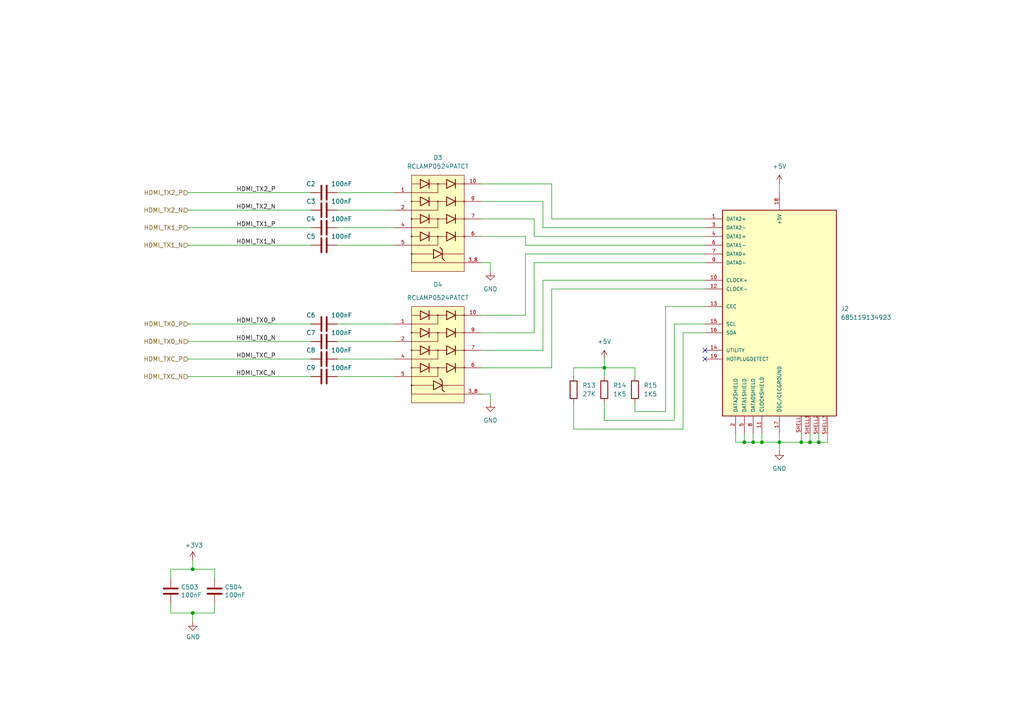
<source format=kicad_sch>
(kicad_sch (version 20230121) (generator eeschema)
  (paper "A4")
  (lib_symbols
    (symbol "Ddraig:RCLAMP0524PATCT" (pin_names (offset 1.016))
      (property "Reference" "D" (at -7.62 13.97 0))
      (property "Value" "RCLAMP0524PATCT" (at -8.89 -17.78 0))
      (symbol "RCLAMP0524PATCT_0_0"
        (circle (center -7.62 -10.16) (radius 0.1524) (stroke (width 0.1778)))
        (circle (center -7.62 -5.08) (radius 0.1524) (stroke (width 0.1778)))
        (circle (center -7.62 0) (radius 0.1524) (stroke (width 0.1778)))
        (circle (center -7.62 5.08) (radius 0.1524) (stroke (width 0.1778)))
        (rectangle (start -7.62 12.7) (end 7.62 -15.24) (stroke (width 0.1524)) (fill (type background)))
        (circle (center 0 -5.08) (radius 0.1524) (stroke (width 0.1778)))
        (polyline (pts (xy -7.62 -10.16) (xy -1.27 -10.16)) (stroke (width 0.1524)))
        (polyline (pts (xy -7.62 -5.08) (xy -5.08 -5.08)) (stroke (width 0.1524)))
        (polyline (pts (xy -7.62 0) (xy -5.08 0)) (stroke (width 0.1524)))
        (polyline (pts (xy -7.62 5.08) (xy -5.08 5.08)) (stroke (width 0.1524)))
        (polyline (pts (xy -7.62 10.16) (xy -5.08 10.16)) (stroke (width 0.1524)))
        (polyline (pts (xy -5.08 -6.35) (xy -2.54 -5.08)) (stroke (width 0.254)))
        (polyline (pts (xy -5.08 -3.81) (xy -5.08 -6.35)) (stroke (width 0.254)))
        (polyline (pts (xy -5.08 -1.27) (xy -2.54 0)) (stroke (width 0.254)))
        (polyline (pts (xy -5.08 1.27) (xy -5.08 -1.27)) (stroke (width 0.254)))
        (polyline (pts (xy -5.08 3.81) (xy -2.54 5.08)) (stroke (width 0.254)))
        (polyline (pts (xy -5.08 6.35) (xy -5.08 3.81)) (stroke (width 0.254)))
        (polyline (pts (xy -5.08 8.89) (xy -2.54 10.16)) (stroke (width 0.254)))
        (polyline (pts (xy -5.08 11.43) (xy -5.08 8.89)) (stroke (width 0.254)))
        (polyline (pts (xy -2.54 -5.08) (xy -5.08 -3.81)) (stroke (width 0.254)))
        (polyline (pts (xy -2.54 -5.08) (xy -2.54 -6.35)) (stroke (width 0.254)))
        (polyline (pts (xy -2.54 -5.08) (xy 0 -5.08)) (stroke (width 0.1524)))
        (polyline (pts (xy -2.54 -3.81) (xy -2.54 -5.08)) (stroke (width 0.254)))
        (polyline (pts (xy -2.54 0) (xy -5.08 1.27)) (stroke (width 0.254)))
        (polyline (pts (xy -2.54 0) (xy -2.54 -1.27)) (stroke (width 0.254)))
        (polyline (pts (xy -2.54 0) (xy 0 0)) (stroke (width 0.1524)))
        (polyline (pts (xy -2.54 1.27) (xy -2.54 0)) (stroke (width 0.254)))
        (polyline (pts (xy -2.54 5.08) (xy -5.08 6.35)) (stroke (width 0.254)))
        (polyline (pts (xy -2.54 5.08) (xy -2.54 3.81)) (stroke (width 0.254)))
        (polyline (pts (xy -2.54 5.08) (xy 0 5.08)) (stroke (width 0.1524)))
        (polyline (pts (xy -2.54 6.35) (xy -2.54 5.08)) (stroke (width 0.254)))
        (polyline (pts (xy -2.54 10.16) (xy -5.08 11.43)) (stroke (width 0.254)))
        (polyline (pts (xy -2.54 10.16) (xy -2.54 8.89)) (stroke (width 0.254)))
        (polyline (pts (xy -2.54 10.16) (xy 0 10.16)) (stroke (width 0.1524)))
        (polyline (pts (xy -2.54 11.43) (xy -2.54 10.16)) (stroke (width 0.254)))
        (polyline (pts (xy -1.27 -11.43) (xy 1.27 -10.16)) (stroke (width 0.254)))
        (polyline (pts (xy -1.27 -10.16) (xy -1.27 -11.43)) (stroke (width 0.254)))
        (polyline (pts (xy -1.27 -8.89) (xy -1.27 -10.16)) (stroke (width 0.254)))
        (polyline (pts (xy 0 -7.62) (xy -7.62 -7.62)) (stroke (width 0.1524)))
        (polyline (pts (xy 0 -5.08) (xy 0 -7.62)) (stroke (width 0.1524)))
        (polyline (pts (xy 0 -5.08) (xy 2.54 -5.08)) (stroke (width 0.1524)))
        (polyline (pts (xy 0 -2.54) (xy -7.62 -2.54)) (stroke (width 0.1524)))
        (polyline (pts (xy 0 0) (xy 0 -2.54)) (stroke (width 0.1524)))
        (polyline (pts (xy 0 0) (xy 2.54 0)) (stroke (width 0.1524)))
        (polyline (pts (xy 0 2.54) (xy -7.62 2.54)) (stroke (width 0.1524)))
        (polyline (pts (xy 0 5.08) (xy 0 2.54)) (stroke (width 0.1524)))
        (polyline (pts (xy 0 5.08) (xy 2.54 5.08)) (stroke (width 0.1524)))
        (polyline (pts (xy 0 7.62) (xy -7.62 7.62)) (stroke (width 0.1524)))
        (polyline (pts (xy 0 10.16) (xy 0 7.62)) (stroke (width 0.1524)))
        (polyline (pts (xy 0 10.16) (xy 2.54 10.16)) (stroke (width 0.1524)))
        (polyline (pts (xy 0.635 -8.255) (xy 1.27 -8.89)) (stroke (width 0.254)))
        (polyline (pts (xy 1.27 -11.43) (xy 1.905 -12.065)) (stroke (width 0.254)))
        (polyline (pts (xy 1.27 -10.16) (xy -1.27 -8.89)) (stroke (width 0.254)))
        (polyline (pts (xy 1.27 -10.16) (xy 1.27 -11.43)) (stroke (width 0.254)))
        (polyline (pts (xy 1.27 -10.16) (xy 7.62 -10.16)) (stroke (width 0.1524)))
        (polyline (pts (xy 1.27 -8.89) (xy 1.27 -10.16)) (stroke (width 0.254)))
        (polyline (pts (xy 2.54 -6.35) (xy 5.08 -5.08)) (stroke (width 0.254)))
        (polyline (pts (xy 2.54 -5.08) (xy 2.54 -6.35)) (stroke (width 0.254)))
        (polyline (pts (xy 2.54 -3.81) (xy 2.54 -5.08)) (stroke (width 0.254)))
        (polyline (pts (xy 2.54 -1.27) (xy 5.08 0)) (stroke (width 0.254)))
        (polyline (pts (xy 2.54 0) (xy 2.54 -1.27)) (stroke (width 0.254)))
        (polyline (pts (xy 2.54 1.27) (xy 2.54 0)) (stroke (width 0.254)))
        (polyline (pts (xy 2.54 3.81) (xy 5.08 5.08)) (stroke (width 0.254)))
        (polyline (pts (xy 2.54 5.08) (xy 2.54 3.81)) (stroke (width 0.254)))
        (polyline (pts (xy 2.54 6.35) (xy 2.54 5.08)) (stroke (width 0.254)))
        (polyline (pts (xy 2.54 8.89) (xy 5.08 10.16)) (stroke (width 0.254)))
        (polyline (pts (xy 2.54 10.16) (xy 2.54 8.89)) (stroke (width 0.254)))
        (polyline (pts (xy 2.54 11.43) (xy 2.54 10.16)) (stroke (width 0.254)))
        (polyline (pts (xy 5.08 -5.08) (xy 2.54 -3.81)) (stroke (width 0.254)))
        (polyline (pts (xy 5.08 -5.08) (xy 5.08 -6.35)) (stroke (width 0.254)))
        (polyline (pts (xy 5.08 -5.08) (xy 7.62 -5.08)) (stroke (width 0.1524)))
        (polyline (pts (xy 5.08 -3.81) (xy 5.08 -5.08)) (stroke (width 0.254)))
        (polyline (pts (xy 5.08 0) (xy 2.54 1.27)) (stroke (width 0.254)))
        (polyline (pts (xy 5.08 0) (xy 5.08 -1.27)) (stroke (width 0.254)))
        (polyline (pts (xy 5.08 0) (xy 7.62 0)) (stroke (width 0.1524)))
        (polyline (pts (xy 5.08 1.27) (xy 5.08 0)) (stroke (width 0.254)))
        (polyline (pts (xy 5.08 5.08) (xy 2.54 6.35)) (stroke (width 0.254)))
        (polyline (pts (xy 5.08 5.08) (xy 5.08 3.81)) (stroke (width 0.254)))
        (polyline (pts (xy 5.08 5.08) (xy 7.62 5.08)) (stroke (width 0.1524)))
        (polyline (pts (xy 5.08 6.35) (xy 5.08 5.08)) (stroke (width 0.254)))
        (polyline (pts (xy 5.08 10.16) (xy 2.54 11.43)) (stroke (width 0.254)))
        (polyline (pts (xy 5.08 10.16) (xy 5.08 8.89)) (stroke (width 0.254)))
        (polyline (pts (xy 5.08 10.16) (xy 7.62 10.16)) (stroke (width 0.1524)))
        (polyline (pts (xy 5.08 11.43) (xy 5.08 10.16)) (stroke (width 0.254)))
        (circle (center 0 0) (radius 0.1524) (stroke (width 0.1778)))
        (circle (center 0 5.08) (radius 0.1524) (stroke (width 0.1778)))
        (circle (center 0 10.16) (radius 0.1524) (stroke (width 0.1778)))
        (circle (center 7.62 -5.08) (radius 0.1524) (stroke (width 0.1778)))
        (circle (center 7.62 0) (radius 0.1524) (stroke (width 0.1778)))
        (circle (center 7.62 5.08) (radius 0.1524) (stroke (width 0.1778)))
        (circle (center 7.62 10.16) (radius 0.1524) (stroke (width 0.1778)))
        (pin input line (at -12.7 7.62 0) (length 5.08) (name "~") (number "1"))
        (pin output line (at 12.7 10.16 180) (length 5.08) (name "~") (number "10"))
        (pin input line (at -12.7 2.54 0) (length 5.08) (name "~") (number "2"))
        (pin power_in line (at 12.7 -12.7 180) (length 5.08) (name "~") (number "3_8"))
        (pin input line (at -12.7 -2.54 0) (length 5.08) (name "~") (number "4"))
        (pin input line (at -12.7 -7.62 0) (length 5.08) (name "~") (number "5"))
        (pin output line (at 12.7 -5.08 180) (length 5.08) (name "~") (number "6"))
        (pin output line (at 12.7 0 180) (length 5.08) (name "~") (number "7"))
        (pin output line (at 12.7 5.08 180) (length 5.08) (name "~") (number "9"))
      )
      (symbol "RCLAMP0524PATCT_0_1"
        (polyline (pts (xy 7.62 -12.7) (xy -7.62 -12.7) (xy -7.62 -10.16)))
      )
    )
    (symbol "Ddraig:Wurth_685119134923" (pin_names (offset 1.016))
      (property "Reference" "J" (at -12.7 26.67 0))
      (property "Value" "685119134923" (at 3.81 26.67 0))
      (symbol "Wurth_685119134923_1_0"
        (rectangle (start -16.51 25.4) (end 16.51 -34.29) (stroke (width 0.254)) (fill (type background)))
        (pin bidirectional line (at -21.59 22.86 0) (length 5.08) (name "DATA2+") (number "1"))
        (pin bidirectional line (at -21.59 5.08 0) (length 5.08) (name "CLOCK+") (number "10"))
        (pin bidirectional line (at -5.08 -39.37 90) (length 5.08) (name "CLOCKSHIELD") (number "11"))
        (pin bidirectional line (at -21.59 2.54 0) (length 5.08) (name "CLOCK-") (number "12"))
        (pin bidirectional line (at -21.59 -2.54 0) (length 5.08) (name "CEC") (number "13"))
        (pin bidirectional line (at -21.59 -15.24 0) (length 5.08) (name "UTILITY") (number "14"))
        (pin bidirectional line (at -21.59 -7.62 0) (length 5.08) (name "SCL") (number "15"))
        (pin bidirectional line (at -21.59 -10.16 0) (length 5.08) (name "SDA") (number "16"))
        (pin bidirectional line (at 0 -39.37 90) (length 5.08) (name "DDC/CECGROUND") (number "17"))
        (pin bidirectional line (at 0 30.48 270) (length 5.08) (name "+5V") (number "18"))
        (pin bidirectional line (at -21.59 -17.78 0) (length 5.08) (name "HOTPLUGDETECT") (number "19"))
        (pin bidirectional line (at -12.7 -39.37 90) (length 5.08) (name "DATA2SHIELD") (number "2"))
        (pin bidirectional line (at -21.59 20.32 0) (length 5.08) (name "DATA2-") (number "3"))
        (pin bidirectional line (at -21.59 17.78 0) (length 5.08) (name "DATA1+") (number "4"))
        (pin bidirectional line (at -10.16 -39.37 90) (length 5.08) (name "DATA1SHIELD") (number "5"))
        (pin bidirectional line (at -21.59 15.24 0) (length 5.08) (name "DATA1-") (number "6"))
        (pin bidirectional line (at -21.59 12.7 0) (length 5.08) (name "DATA0+") (number "7"))
        (pin bidirectional line (at -7.62 -39.37 90) (length 5.08) (name "DATA0SHIELD") (number "8"))
        (pin bidirectional line (at -21.59 10.16 0) (length 5.08) (name "DATA0-") (number "9"))
        (pin passive line (at 6.35 -39.37 90) (length 5.08) (name "~") (number "SHELL"))
        (pin passive line (at 8.89 -39.37 90) (length 5.08) (name "~") (number "SHELL1"))
        (pin passive line (at 11.43 -39.37 90) (length 5.08) (name "~") (number "SHELL2"))
        (pin passive line (at 13.97 -39.37 90) (length 5.08) (name "~") (number "SHELL3"))
      )
    )
    (symbol "Device:C" (pin_numbers hide) (pin_names (offset 0.254))
      (property "Reference" "C" (at 0.635 2.54 0))
      (property "Value" "C" (at 0.635 -2.54 0))
      (symbol "C_0_1"
        (polyline (pts (xy -2.032 -0.762) (xy 2.032 -0.762)) (stroke (width 0.508)))
        (polyline (pts (xy -2.032 0.762) (xy 2.032 0.762)) (stroke (width 0.508)))
      )
      (symbol "C_1_1"
        (pin passive line (at 0 3.81 270) (length 2.794) (name "~") (number "1"))
        (pin passive line (at 0 -3.81 90) (length 2.794) (name "~") (number "2"))
      )
    )
    (symbol "Device:R" (pin_numbers hide) (pin_names (offset 0))
      (property "Reference" "R" (at 2.032 0 90))
      (property "Value" "R" (at 0 0 90))
      (symbol "R_0_1"
        (rectangle (start -1.016 -2.54) (end 1.016 2.54) (stroke (width 0.254)))
      )
      (symbol "R_1_1"
        (pin passive line (at 0 3.81 270) (length 1.27) (name "~") (number "1"))
        (pin passive line (at 0 -3.81 90) (length 1.27) (name "~") (number "2"))
      )
    )
    (symbol "GND_1" (power) (pin_names (offset 0))
      (property "Value" "GND_1" (at 0 -3.81 0))
      (symbol "GND_1_0_1"
        (polyline (pts (xy 0 0) (xy 0 -1.27) (xy 1.27 -1.27) (xy 0 -2.54) (xy -1.27 -1.27) (xy 0 -1.27)))
      )
      (symbol "GND_1_1_1"
        (pin power_in line (at 0 0 270) (length 0) hide (name "GND") (number "1"))
      )
    )
    (symbol "power:+3V3" (power) (pin_names (offset 0))
      (property "Value" "+3V3" (at 0 3.556 0))
      (symbol "+3V3_0_1"
        (polyline (pts (xy -0.762 1.27) (xy 0 2.54)))
        (polyline (pts (xy 0 0) (xy 0 2.54)))
        (polyline (pts (xy 0 2.54) (xy 0.762 1.27)))
      )
      (symbol "+3V3_1_1"
        (pin power_in line (at 0 0 90) (length 0) hide (name "+3V3") (number "1"))
      )
    )
    (symbol "power:+5V" (power) (pin_names (offset 0))
      (property "Value" "+5V" (at 0 3.556 0))
      (symbol "+5V_0_1"
        (polyline (pts (xy -0.762 1.27) (xy 0 2.54)))
        (polyline (pts (xy 0 0) (xy 0 2.54)))
        (polyline (pts (xy 0 2.54) (xy 0.762 1.27)))
      )
      (symbol "+5V_1_1"
        (pin power_in line (at 0 0 90) (length 0) hide (name "+5V") (number "1"))
      )
    )
    (symbol "power:GND" (power) (pin_names (offset 0))
      (property "Value" "GND" (at 0 -3.81 0))
      (symbol "GND_0_1"
        (polyline (pts (xy 0 0) (xy 0 -1.27) (xy 1.27 -1.27) (xy 0 -2.54) (xy -1.27 -1.27) (xy 0 -1.27)))
      )
      (symbol "GND_1_1"
        (pin power_in line (at 0 0 270) (length 0) hide (name "GND") (number "1"))
      )
    )
  )
  (junction (at 55.88 177.8))
  (junction (at 175.26 106.68))
  (junction (at 218.44 128.27))
  (junction (at 215.9 128.27))
  (junction (at 226.06 128.27))
  (junction (at 234.95 128.27))
  (junction (at 232.41 128.27))
  (junction (at 237.49 128.27))
  (junction (at 220.98 128.27))
  (junction (at 55.88 165.1))
  (no_connect (at 204.47 104.14))
  (no_connect (at 204.47 101.6))
  (wire (pts (xy 175.26 116.84) (xy 175.26 121.92)))
  (wire (pts (xy 166.37 109.22) (xy 166.37 106.68)))
  (wire (pts (xy 175.26 106.68) (xy 184.15 106.68)))
  (wire (pts (xy 54.61 66.04) (xy 90.17 66.04)))
  (wire (pts (xy 204.47 76.2) (xy 154.94 76.2)))
  (wire (pts (xy 62.23 165.1) (xy 55.88 165.1)))
  (wire (pts (xy 55.88 177.8) (xy 62.23 177.8)))
  (wire (pts (xy 160.02 106.68) (xy 139.7 106.68)))
  (wire (pts (xy 142.24 114.3) (xy 139.7 114.3)))
  (wire (pts (xy 55.88 180.34) (xy 55.88 177.8)))
  (wire (pts (xy 237.49 128.27) (xy 240.03 128.27)))
  (wire (pts (xy 152.4 71.12) (xy 152.4 68.58)))
  (wire (pts (xy 49.53 177.8) (xy 55.88 177.8)))
  (wire (pts (xy 142.24 76.2) (xy 142.24 78.74)))
  (wire (pts (xy 160.02 83.82) (xy 160.02 106.68)))
  (wire (pts (xy 97.79 60.96) (xy 114.3 60.96)))
  (wire (pts (xy 55.88 165.1) (xy 49.53 165.1)))
  (wire (pts (xy 237.49 125.73) (xy 237.49 128.27)))
  (wire (pts (xy 218.44 125.73) (xy 218.44 128.27)))
  (wire (pts (xy 193.04 88.9) (xy 204.47 88.9)))
  (wire (pts (xy 240.03 128.27) (xy 240.03 125.73)))
  (wire (pts (xy 198.12 96.52) (xy 204.47 96.52)))
  (wire (pts (xy 139.7 58.42) (xy 157.48 58.42)))
  (wire (pts (xy 226.06 128.27) (xy 226.06 130.81)))
  (wire (pts (xy 139.7 68.58) (xy 152.4 68.58)))
  (wire (pts (xy 195.58 121.92) (xy 195.58 93.98)))
  (wire (pts (xy 154.94 68.58) (xy 204.47 68.58)))
  (wire (pts (xy 154.94 96.52) (xy 139.7 96.52)))
  (wire (pts (xy 213.36 128.27) (xy 215.9 128.27)))
  (wire (pts (xy 97.79 109.22) (xy 114.3 109.22)))
  (wire (pts (xy 54.61 55.88) (xy 90.17 55.88)))
  (wire (pts (xy 154.94 76.2) (xy 154.94 96.52)))
  (wire (pts (xy 97.79 104.14) (xy 114.3 104.14)))
  (wire (pts (xy 62.23 167.64) (xy 62.23 165.1)))
  (wire (pts (xy 154.94 63.5) (xy 154.94 68.58)))
  (wire (pts (xy 97.79 55.88) (xy 114.3 55.88)))
  (wire (pts (xy 232.41 128.27) (xy 234.95 128.27)))
  (wire (pts (xy 226.06 125.73) (xy 226.06 128.27)))
  (wire (pts (xy 195.58 93.98) (xy 204.47 93.98)))
  (wire (pts (xy 139.7 63.5) (xy 154.94 63.5)))
  (wire (pts (xy 139.7 53.34) (xy 160.02 53.34)))
  (wire (pts (xy 193.04 119.38) (xy 193.04 88.9)))
  (wire (pts (xy 152.4 71.12) (xy 204.47 71.12)))
  (wire (pts (xy 234.95 125.73) (xy 234.95 128.27)))
  (wire (pts (xy 215.9 128.27) (xy 218.44 128.27)))
  (wire (pts (xy 49.53 167.64) (xy 49.53 165.1)))
  (wire (pts (xy 97.79 99.06) (xy 114.3 99.06)))
  (wire (pts (xy 54.61 99.06) (xy 90.17 99.06)))
  (wire (pts (xy 54.61 109.22) (xy 90.17 109.22)))
  (wire (pts (xy 54.61 71.12) (xy 90.17 71.12)))
  (wire (pts (xy 175.26 121.92) (xy 195.58 121.92)))
  (wire (pts (xy 166.37 124.46) (xy 198.12 124.46)))
  (wire (pts (xy 157.48 58.42) (xy 157.48 66.04)))
  (wire (pts (xy 152.4 91.44) (xy 152.4 73.66)))
  (wire (pts (xy 204.47 83.82) (xy 160.02 83.82)))
  (wire (pts (xy 204.47 81.28) (xy 157.48 81.28)))
  (wire (pts (xy 220.98 125.73) (xy 220.98 128.27)))
  (wire (pts (xy 184.15 119.38) (xy 193.04 119.38)))
  (wire (pts (xy 232.41 125.73) (xy 232.41 128.27)))
  (wire (pts (xy 234.95 128.27) (xy 237.49 128.27)))
  (wire (pts (xy 97.79 71.12) (xy 114.3 71.12)))
  (wire (pts (xy 55.88 162.56) (xy 55.88 165.1)))
  (wire (pts (xy 54.61 104.14) (xy 90.17 104.14)))
  (wire (pts (xy 166.37 106.68) (xy 175.26 106.68)))
  (wire (pts (xy 218.44 128.27) (xy 220.98 128.27)))
  (wire (pts (xy 157.48 66.04) (xy 204.47 66.04)))
  (wire (pts (xy 54.61 60.96) (xy 90.17 60.96)))
  (wire (pts (xy 152.4 73.66) (xy 204.47 73.66)))
  (wire (pts (xy 160.02 63.5) (xy 204.47 63.5)))
  (wire (pts (xy 157.48 81.28) (xy 157.48 101.6)))
  (wire (pts (xy 139.7 76.2) (xy 142.24 76.2)))
  (wire (pts (xy 220.98 128.27) (xy 226.06 128.27)))
  (wire (pts (xy 49.53 175.26) (xy 49.53 177.8)))
  (wire (pts (xy 139.7 91.44) (xy 152.4 91.44)))
  (wire (pts (xy 97.79 66.04) (xy 114.3 66.04)))
  (wire (pts (xy 213.36 125.73) (xy 213.36 128.27)))
  (wire (pts (xy 166.37 116.84) (xy 166.37 124.46)))
  (wire (pts (xy 175.26 106.68) (xy 175.26 109.22)))
  (wire (pts (xy 198.12 124.46) (xy 198.12 96.52)))
  (wire (pts (xy 160.02 53.34) (xy 160.02 63.5)))
  (wire (pts (xy 97.79 93.98) (xy 114.3 93.98)))
  (wire (pts (xy 184.15 116.84) (xy 184.15 119.38)))
  (wire (pts (xy 62.23 175.26) (xy 62.23 177.8)))
  (wire (pts (xy 226.06 128.27) (xy 232.41 128.27)))
  (wire (pts (xy 175.26 104.14) (xy 175.26 106.68)))
  (wire (pts (xy 54.61 93.98) (xy 90.17 93.98)))
  (wire (pts (xy 226.06 53.34) (xy 226.06 55.88)))
  (wire (pts (xy 184.15 106.68) (xy 184.15 109.22)))
  (wire (pts (xy 215.9 125.73) (xy 215.9 128.27)))
  (wire (pts (xy 142.24 116.84) (xy 142.24 114.3)))
  (wire (pts (xy 157.48 101.6) (xy 139.7 101.6)))
  (label "HDMI_TX2_P" (at 80.01 55.88 180))
  (label "HDMI_TXC_P" (at 80.01 104.14 180))
  (label "HDMI_TXC_N" (at 80.01 109.22 180))
  (label "HDMI_TX0_P" (at 80.01 93.98 180))
  (label "HDMI_TX2_N" (at 80.01 60.96 180))
  (label "HDMI_TX1_P" (at 80.01 66.04 180))
  (label "HDMI_TX0_N" (at 80.01 99.06 180))
  (label "HDMI_TX1_N" (at 80.01 71.12 180))
  (hierarchical_label "HDMI_TX0_N" (shape input) (at 54.61 99.06 180))
  (hierarchical_label "HDMI_TX1_N" (shape input) (at 54.61 71.12 180))
  (hierarchical_label "HDMI_TXC_P" (shape input) (at 54.61 104.14 180))
  (hierarchical_label "HDMI_TX2_P" (shape input) (at 54.61 55.88 180))
  (hierarchical_label "HDMI_TXC_N" (shape input) (at 54.61 109.22 180))
  (hierarchical_label "HDMI_TX2_N" (shape input) (at 54.61 60.96 180))
  (hierarchical_label "HDMI_TX1_P" (shape input) (at 54.61 66.04 180))
  (hierarchical_label "HDMI_TX0_P" (shape input) (at 54.61 93.98 180))
  (symbol (lib_id "Device:C") (at 62.23 171.45 0) (unit 1)
    (property "Reference" "C504" (at 65.151 170.2816 0) (effects (justify left)))
    (property "Value" "100nF" (at 65.151 172.593 0) (effects (justify left)))
    (property "Footprint" "Capacitor_SMD:C_0805_2012Metric" (effects hide))
  )
  (symbol (lib_id "power:GND") (at 55.88 180.34 0) (unit 1)
    (property "Reference" "#PWR0511" (effects hide))
    (property "Value" "GND" (at 56.007 184.7342 0))
  )
  (symbol (lib_id "Device:C") (at 49.53 171.45 0) (unit 1)
    (property "Reference" "C503" (at 52.451 170.2816 0) (effects (justify left)))
    (property "Value" "100nF" (at 52.451 172.593 0) (effects (justify left)))
    (property "Footprint" "Capacitor_SMD:C_0805_2012Metric" (effects hide))
  )
  (symbol (lib_id "power:+3V3") (at 55.88 162.56 0) (unit 1)
    (property "Reference" "#PWR0510" (effects hide))
    (property "Value" "+3V3" (at 56.261 158.1658 0))
  )
  (symbol (lib_id "Ddraig:Wurth_685119134923") (at 226.06 86.36 0) (unit 1)
    (property "Reference" "J2" (at 243.84 89.535 0) (effects (justify left)))
    (property "Value" "685119134923" (at 243.84 92.075 0) (effects (justify left)))
    (property "Footprint" "Ddraig:685119134923" (effects hide))
  )
  (symbol (lib_id "Device:R") (at 175.26 113.03 0) (unit 1)
    (property "Reference" "R14" (at 177.8 111.76 0) (effects (justify left)))
    (property "Value" "1K5" (at 177.8 114.3 0) (effects (justify left)))
    (property "Footprint" "Resistor_SMD:R_0805_2012Metric" (effects hide))
  )
  (symbol (lib_name "GND_1") (lib_id "power:GND") (at 142.24 116.84 0) (unit 1)
    (property "Reference" "#PWR013" (effects hide))
    (property "Value" "GND" (at 142.24 121.92 0))
  )
  (symbol (lib_id "Device:R") (at 166.37 113.03 0) (unit 1)
    (property "Reference" "R13" (at 168.91 111.76 0) (effects (justify left)))
    (property "Value" "27K" (at 168.91 114.3 0) (effects (justify left)))
    (property "Footprint" "Resistor_SMD:R_0805_2012Metric" (effects hide))
  )
  (symbol (lib_id "Device:C") (at 93.98 93.98 90) (unit 1)
    (property "Reference" "C6" (at 90.17 91.44 90))
    (property "Value" "100nF" (at 99.06 91.44 90))
    (property "Footprint" "Capacitor_SMD:C_0603_1608Metric" (effects hide))
  )
  (symbol (lib_id "Device:C") (at 93.98 99.06 90) (unit 1)
    (property "Reference" "C7" (at 90.17 96.52 90))
    (property "Value" "100nF" (at 99.06 96.52 90))
    (property "Footprint" "Capacitor_SMD:C_0603_1608Metric" (effects hide))
  )
  (symbol (lib_id "Device:C") (at 93.98 60.96 90) (unit 1)
    (property "Reference" "C3" (at 90.17 58.42 90))
    (property "Value" "100nF" (at 99.06 58.42 90))
    (property "Footprint" "Capacitor_SMD:C_0603_1608Metric" (effects hide))
  )
  (symbol (lib_id "Device:C") (at 93.98 109.22 90) (unit 1)
    (property "Reference" "C9" (at 90.17 106.68 90))
    (property "Value" "100nF" (at 99.06 106.68 90))
    (property "Footprint" "Capacitor_SMD:C_0603_1608Metric" (effects hide))
  )
  (symbol (lib_id "Ddraig:RCLAMP0524PATCT") (at 127 63.5 0) (unit 1)
    (property "Reference" "D3" (at 127 45.72 0))
    (property "Value" "RCLAMP0524PATCT" (at 127 48.26 0))
    (property "Footprint" "Ddraig:DIO_RCLAMP0524PATCT" (effects hide))
  )
  (symbol (lib_id "power:+5V") (at 226.06 53.34 0) (unit 1)
    (property "Reference" "#PWR019" (effects hide))
    (property "Value" "+5V" (at 226.06 48.26 0))
  )
  (symbol (lib_id "Device:C") (at 93.98 66.04 90) (unit 1)
    (property "Reference" "C4" (at 90.17 63.5 90))
    (property "Value" "100nF" (at 99.06 63.5 90))
    (property "Footprint" "Capacitor_SMD:C_0603_1608Metric" (effects hide))
  )
  (symbol (lib_name "GND_1") (lib_id "power:GND") (at 226.06 130.81 0) (unit 1)
    (property "Reference" "#PWR018" (effects hide))
    (property "Value" "GND" (at 226.06 135.89 0))
  )
  (symbol (lib_id "Ddraig:RCLAMP0524PATCT") (at 127 101.6 0) (unit 1)
    (property "Reference" "D4" (at 127 82.55 0))
    (property "Value" "RCLAMP0524PATCT" (at 127 86.36 0))
    (property "Footprint" "Ddraig:DIO_RCLAMP0524PATCT" (effects hide))
  )
  (symbol (lib_id "Device:C") (at 93.98 55.88 90) (unit 1)
    (property "Reference" "C2" (at 90.17 53.34 90))
    (property "Value" "100nF" (at 99.06 53.34 90))
    (property "Footprint" "Capacitor_SMD:C_0603_1608Metric" (effects hide))
  )
  (symbol (lib_id "Device:C") (at 93.98 104.14 90) (unit 1)
    (property "Reference" "C8" (at 90.17 101.6 90))
    (property "Value" "100nF" (at 99.06 101.6 90))
    (property "Footprint" "Capacitor_SMD:C_0603_1608Metric" (effects hide))
  )
  (symbol (lib_name "GND_1") (lib_id "power:GND") (at 142.24 78.74 0) (unit 1)
    (property "Reference" "#PWR012" (effects hide))
    (property "Value" "GND" (at 142.24 83.82 0))
  )
  (symbol (lib_id "Device:C") (at 93.98 71.12 90) (unit 1)
    (property "Reference" "C5" (at 90.17 68.58 90))
    (property "Value" "100nF" (at 99.06 68.58 90))
    (property "Footprint" "Capacitor_SMD:C_0603_1608Metric" (effects hide))
  )
  (symbol (lib_id "Device:R") (at 184.15 113.03 0) (unit 1)
    (property "Reference" "R15" (at 186.69 111.76 0) (effects (justify left)))
    (property "Value" "1K5" (at 186.69 114.3 0) (effects (justify left)))
    (property "Footprint" "Resistor_SMD:R_0805_2012Metric" (effects hide))
  )
  (symbol (lib_id "power:+5V") (at 175.26 104.14 0) (unit 1)
    (property "Reference" "#PWR017" (effects hide))
    (property "Value" "+5V" (at 175.26 99.06 0))
  )
)
</source>
